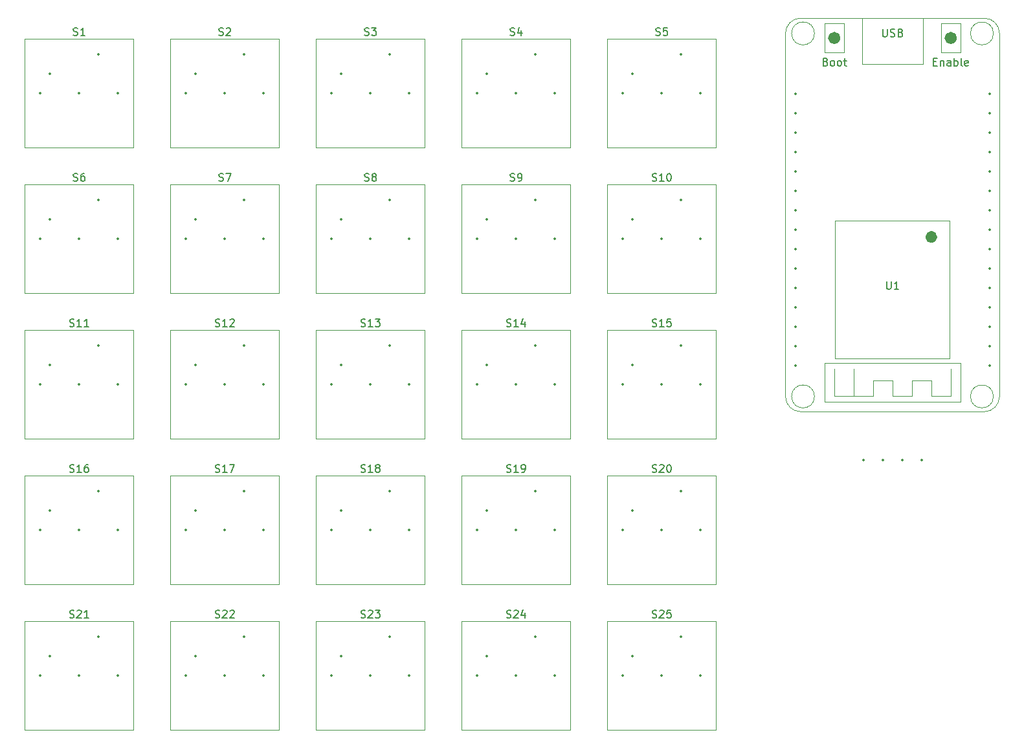
<source format=gto>
%TF.GenerationSoftware,KiCad,Pcbnew,8.0.6*%
%TF.CreationDate,2024-10-21T09:58:38+07:00*%
%TF.ProjectId,CaiPad25_ESP32,43616950-6164-4323-955f-45535033322e,rev?*%
%TF.SameCoordinates,Original*%
%TF.FileFunction,Legend,Top*%
%TF.FilePolarity,Positive*%
%FSLAX46Y46*%
G04 Gerber Fmt 4.6, Leading zero omitted, Abs format (unit mm)*
G04 Created by KiCad (PCBNEW 8.0.6) date 2024-10-21 09:58:38*
%MOMM*%
%LPD*%
G01*
G04 APERTURE LIST*
%ADD10C,0.150000*%
%ADD11C,0.120000*%
%ADD12C,1.000000*%
%ADD13C,0.800000*%
%ADD14C,0.350000*%
G04 APERTURE END LIST*
D10*
X65913095Y-59082200D02*
X66055952Y-59129819D01*
X66055952Y-59129819D02*
X66294047Y-59129819D01*
X66294047Y-59129819D02*
X66389285Y-59082200D01*
X66389285Y-59082200D02*
X66436904Y-59034580D01*
X66436904Y-59034580D02*
X66484523Y-58939342D01*
X66484523Y-58939342D02*
X66484523Y-58844104D01*
X66484523Y-58844104D02*
X66436904Y-58748866D01*
X66436904Y-58748866D02*
X66389285Y-58701247D01*
X66389285Y-58701247D02*
X66294047Y-58653628D01*
X66294047Y-58653628D02*
X66103571Y-58606009D01*
X66103571Y-58606009D02*
X66008333Y-58558390D01*
X66008333Y-58558390D02*
X65960714Y-58510771D01*
X65960714Y-58510771D02*
X65913095Y-58415533D01*
X65913095Y-58415533D02*
X65913095Y-58320295D01*
X65913095Y-58320295D02*
X65960714Y-58225057D01*
X65960714Y-58225057D02*
X66008333Y-58177438D01*
X66008333Y-58177438D02*
X66103571Y-58129819D01*
X66103571Y-58129819D02*
X66341666Y-58129819D01*
X66341666Y-58129819D02*
X66484523Y-58177438D01*
X66817857Y-58129819D02*
X67484523Y-58129819D01*
X67484523Y-58129819D02*
X67055952Y-59129819D01*
X65436905Y-78132200D02*
X65579762Y-78179819D01*
X65579762Y-78179819D02*
X65817857Y-78179819D01*
X65817857Y-78179819D02*
X65913095Y-78132200D01*
X65913095Y-78132200D02*
X65960714Y-78084580D01*
X65960714Y-78084580D02*
X66008333Y-77989342D01*
X66008333Y-77989342D02*
X66008333Y-77894104D01*
X66008333Y-77894104D02*
X65960714Y-77798866D01*
X65960714Y-77798866D02*
X65913095Y-77751247D01*
X65913095Y-77751247D02*
X65817857Y-77703628D01*
X65817857Y-77703628D02*
X65627381Y-77656009D01*
X65627381Y-77656009D02*
X65532143Y-77608390D01*
X65532143Y-77608390D02*
X65484524Y-77560771D01*
X65484524Y-77560771D02*
X65436905Y-77465533D01*
X65436905Y-77465533D02*
X65436905Y-77370295D01*
X65436905Y-77370295D02*
X65484524Y-77275057D01*
X65484524Y-77275057D02*
X65532143Y-77227438D01*
X65532143Y-77227438D02*
X65627381Y-77179819D01*
X65627381Y-77179819D02*
X65865476Y-77179819D01*
X65865476Y-77179819D02*
X66008333Y-77227438D01*
X66960714Y-78179819D02*
X66389286Y-78179819D01*
X66675000Y-78179819D02*
X66675000Y-77179819D01*
X66675000Y-77179819D02*
X66579762Y-77322676D01*
X66579762Y-77322676D02*
X66484524Y-77417914D01*
X66484524Y-77417914D02*
X66389286Y-77465533D01*
X67341667Y-77275057D02*
X67389286Y-77227438D01*
X67389286Y-77227438D02*
X67484524Y-77179819D01*
X67484524Y-77179819D02*
X67722619Y-77179819D01*
X67722619Y-77179819D02*
X67817857Y-77227438D01*
X67817857Y-77227438D02*
X67865476Y-77275057D01*
X67865476Y-77275057D02*
X67913095Y-77370295D01*
X67913095Y-77370295D02*
X67913095Y-77465533D01*
X67913095Y-77465533D02*
X67865476Y-77608390D01*
X67865476Y-77608390D02*
X67294048Y-78179819D01*
X67294048Y-78179819D02*
X67913095Y-78179819D01*
X104013095Y-40032200D02*
X104155952Y-40079819D01*
X104155952Y-40079819D02*
X104394047Y-40079819D01*
X104394047Y-40079819D02*
X104489285Y-40032200D01*
X104489285Y-40032200D02*
X104536904Y-39984580D01*
X104536904Y-39984580D02*
X104584523Y-39889342D01*
X104584523Y-39889342D02*
X104584523Y-39794104D01*
X104584523Y-39794104D02*
X104536904Y-39698866D01*
X104536904Y-39698866D02*
X104489285Y-39651247D01*
X104489285Y-39651247D02*
X104394047Y-39603628D01*
X104394047Y-39603628D02*
X104203571Y-39556009D01*
X104203571Y-39556009D02*
X104108333Y-39508390D01*
X104108333Y-39508390D02*
X104060714Y-39460771D01*
X104060714Y-39460771D02*
X104013095Y-39365533D01*
X104013095Y-39365533D02*
X104013095Y-39270295D01*
X104013095Y-39270295D02*
X104060714Y-39175057D01*
X104060714Y-39175057D02*
X104108333Y-39127438D01*
X104108333Y-39127438D02*
X104203571Y-39079819D01*
X104203571Y-39079819D02*
X104441666Y-39079819D01*
X104441666Y-39079819D02*
X104584523Y-39127438D01*
X105441666Y-39413152D02*
X105441666Y-40079819D01*
X105203571Y-39032200D02*
X104965476Y-39746485D01*
X104965476Y-39746485D02*
X105584523Y-39746485D01*
X46386905Y-97182200D02*
X46529762Y-97229819D01*
X46529762Y-97229819D02*
X46767857Y-97229819D01*
X46767857Y-97229819D02*
X46863095Y-97182200D01*
X46863095Y-97182200D02*
X46910714Y-97134580D01*
X46910714Y-97134580D02*
X46958333Y-97039342D01*
X46958333Y-97039342D02*
X46958333Y-96944104D01*
X46958333Y-96944104D02*
X46910714Y-96848866D01*
X46910714Y-96848866D02*
X46863095Y-96801247D01*
X46863095Y-96801247D02*
X46767857Y-96753628D01*
X46767857Y-96753628D02*
X46577381Y-96706009D01*
X46577381Y-96706009D02*
X46482143Y-96658390D01*
X46482143Y-96658390D02*
X46434524Y-96610771D01*
X46434524Y-96610771D02*
X46386905Y-96515533D01*
X46386905Y-96515533D02*
X46386905Y-96420295D01*
X46386905Y-96420295D02*
X46434524Y-96325057D01*
X46434524Y-96325057D02*
X46482143Y-96277438D01*
X46482143Y-96277438D02*
X46577381Y-96229819D01*
X46577381Y-96229819D02*
X46815476Y-96229819D01*
X46815476Y-96229819D02*
X46958333Y-96277438D01*
X47910714Y-97229819D02*
X47339286Y-97229819D01*
X47625000Y-97229819D02*
X47625000Y-96229819D01*
X47625000Y-96229819D02*
X47529762Y-96372676D01*
X47529762Y-96372676D02*
X47434524Y-96467914D01*
X47434524Y-96467914D02*
X47339286Y-96515533D01*
X48767857Y-96229819D02*
X48577381Y-96229819D01*
X48577381Y-96229819D02*
X48482143Y-96277438D01*
X48482143Y-96277438D02*
X48434524Y-96325057D01*
X48434524Y-96325057D02*
X48339286Y-96467914D01*
X48339286Y-96467914D02*
X48291667Y-96658390D01*
X48291667Y-96658390D02*
X48291667Y-97039342D01*
X48291667Y-97039342D02*
X48339286Y-97134580D01*
X48339286Y-97134580D02*
X48386905Y-97182200D01*
X48386905Y-97182200D02*
X48482143Y-97229819D01*
X48482143Y-97229819D02*
X48672619Y-97229819D01*
X48672619Y-97229819D02*
X48767857Y-97182200D01*
X48767857Y-97182200D02*
X48815476Y-97134580D01*
X48815476Y-97134580D02*
X48863095Y-97039342D01*
X48863095Y-97039342D02*
X48863095Y-96801247D01*
X48863095Y-96801247D02*
X48815476Y-96706009D01*
X48815476Y-96706009D02*
X48767857Y-96658390D01*
X48767857Y-96658390D02*
X48672619Y-96610771D01*
X48672619Y-96610771D02*
X48482143Y-96610771D01*
X48482143Y-96610771D02*
X48386905Y-96658390D01*
X48386905Y-96658390D02*
X48339286Y-96706009D01*
X48339286Y-96706009D02*
X48291667Y-96801247D01*
X103536905Y-78132200D02*
X103679762Y-78179819D01*
X103679762Y-78179819D02*
X103917857Y-78179819D01*
X103917857Y-78179819D02*
X104013095Y-78132200D01*
X104013095Y-78132200D02*
X104060714Y-78084580D01*
X104060714Y-78084580D02*
X104108333Y-77989342D01*
X104108333Y-77989342D02*
X104108333Y-77894104D01*
X104108333Y-77894104D02*
X104060714Y-77798866D01*
X104060714Y-77798866D02*
X104013095Y-77751247D01*
X104013095Y-77751247D02*
X103917857Y-77703628D01*
X103917857Y-77703628D02*
X103727381Y-77656009D01*
X103727381Y-77656009D02*
X103632143Y-77608390D01*
X103632143Y-77608390D02*
X103584524Y-77560771D01*
X103584524Y-77560771D02*
X103536905Y-77465533D01*
X103536905Y-77465533D02*
X103536905Y-77370295D01*
X103536905Y-77370295D02*
X103584524Y-77275057D01*
X103584524Y-77275057D02*
X103632143Y-77227438D01*
X103632143Y-77227438D02*
X103727381Y-77179819D01*
X103727381Y-77179819D02*
X103965476Y-77179819D01*
X103965476Y-77179819D02*
X104108333Y-77227438D01*
X105060714Y-78179819D02*
X104489286Y-78179819D01*
X104775000Y-78179819D02*
X104775000Y-77179819D01*
X104775000Y-77179819D02*
X104679762Y-77322676D01*
X104679762Y-77322676D02*
X104584524Y-77417914D01*
X104584524Y-77417914D02*
X104489286Y-77465533D01*
X105917857Y-77513152D02*
X105917857Y-78179819D01*
X105679762Y-77132200D02*
X105441667Y-77846485D01*
X105441667Y-77846485D02*
X106060714Y-77846485D01*
X46386905Y-116232200D02*
X46529762Y-116279819D01*
X46529762Y-116279819D02*
X46767857Y-116279819D01*
X46767857Y-116279819D02*
X46863095Y-116232200D01*
X46863095Y-116232200D02*
X46910714Y-116184580D01*
X46910714Y-116184580D02*
X46958333Y-116089342D01*
X46958333Y-116089342D02*
X46958333Y-115994104D01*
X46958333Y-115994104D02*
X46910714Y-115898866D01*
X46910714Y-115898866D02*
X46863095Y-115851247D01*
X46863095Y-115851247D02*
X46767857Y-115803628D01*
X46767857Y-115803628D02*
X46577381Y-115756009D01*
X46577381Y-115756009D02*
X46482143Y-115708390D01*
X46482143Y-115708390D02*
X46434524Y-115660771D01*
X46434524Y-115660771D02*
X46386905Y-115565533D01*
X46386905Y-115565533D02*
X46386905Y-115470295D01*
X46386905Y-115470295D02*
X46434524Y-115375057D01*
X46434524Y-115375057D02*
X46482143Y-115327438D01*
X46482143Y-115327438D02*
X46577381Y-115279819D01*
X46577381Y-115279819D02*
X46815476Y-115279819D01*
X46815476Y-115279819D02*
X46958333Y-115327438D01*
X47339286Y-115375057D02*
X47386905Y-115327438D01*
X47386905Y-115327438D02*
X47482143Y-115279819D01*
X47482143Y-115279819D02*
X47720238Y-115279819D01*
X47720238Y-115279819D02*
X47815476Y-115327438D01*
X47815476Y-115327438D02*
X47863095Y-115375057D01*
X47863095Y-115375057D02*
X47910714Y-115470295D01*
X47910714Y-115470295D02*
X47910714Y-115565533D01*
X47910714Y-115565533D02*
X47863095Y-115708390D01*
X47863095Y-115708390D02*
X47291667Y-116279819D01*
X47291667Y-116279819D02*
X47910714Y-116279819D01*
X48863095Y-116279819D02*
X48291667Y-116279819D01*
X48577381Y-116279819D02*
X48577381Y-115279819D01*
X48577381Y-115279819D02*
X48482143Y-115422676D01*
X48482143Y-115422676D02*
X48386905Y-115517914D01*
X48386905Y-115517914D02*
X48291667Y-115565533D01*
X123063095Y-40032200D02*
X123205952Y-40079819D01*
X123205952Y-40079819D02*
X123444047Y-40079819D01*
X123444047Y-40079819D02*
X123539285Y-40032200D01*
X123539285Y-40032200D02*
X123586904Y-39984580D01*
X123586904Y-39984580D02*
X123634523Y-39889342D01*
X123634523Y-39889342D02*
X123634523Y-39794104D01*
X123634523Y-39794104D02*
X123586904Y-39698866D01*
X123586904Y-39698866D02*
X123539285Y-39651247D01*
X123539285Y-39651247D02*
X123444047Y-39603628D01*
X123444047Y-39603628D02*
X123253571Y-39556009D01*
X123253571Y-39556009D02*
X123158333Y-39508390D01*
X123158333Y-39508390D02*
X123110714Y-39460771D01*
X123110714Y-39460771D02*
X123063095Y-39365533D01*
X123063095Y-39365533D02*
X123063095Y-39270295D01*
X123063095Y-39270295D02*
X123110714Y-39175057D01*
X123110714Y-39175057D02*
X123158333Y-39127438D01*
X123158333Y-39127438D02*
X123253571Y-39079819D01*
X123253571Y-39079819D02*
X123491666Y-39079819D01*
X123491666Y-39079819D02*
X123634523Y-39127438D01*
X124539285Y-39079819D02*
X124063095Y-39079819D01*
X124063095Y-39079819D02*
X124015476Y-39556009D01*
X124015476Y-39556009D02*
X124063095Y-39508390D01*
X124063095Y-39508390D02*
X124158333Y-39460771D01*
X124158333Y-39460771D02*
X124396428Y-39460771D01*
X124396428Y-39460771D02*
X124491666Y-39508390D01*
X124491666Y-39508390D02*
X124539285Y-39556009D01*
X124539285Y-39556009D02*
X124586904Y-39651247D01*
X124586904Y-39651247D02*
X124586904Y-39889342D01*
X124586904Y-39889342D02*
X124539285Y-39984580D01*
X124539285Y-39984580D02*
X124491666Y-40032200D01*
X124491666Y-40032200D02*
X124396428Y-40079819D01*
X124396428Y-40079819D02*
X124158333Y-40079819D01*
X124158333Y-40079819D02*
X124063095Y-40032200D01*
X124063095Y-40032200D02*
X124015476Y-39984580D01*
X84963095Y-40032200D02*
X85105952Y-40079819D01*
X85105952Y-40079819D02*
X85344047Y-40079819D01*
X85344047Y-40079819D02*
X85439285Y-40032200D01*
X85439285Y-40032200D02*
X85486904Y-39984580D01*
X85486904Y-39984580D02*
X85534523Y-39889342D01*
X85534523Y-39889342D02*
X85534523Y-39794104D01*
X85534523Y-39794104D02*
X85486904Y-39698866D01*
X85486904Y-39698866D02*
X85439285Y-39651247D01*
X85439285Y-39651247D02*
X85344047Y-39603628D01*
X85344047Y-39603628D02*
X85153571Y-39556009D01*
X85153571Y-39556009D02*
X85058333Y-39508390D01*
X85058333Y-39508390D02*
X85010714Y-39460771D01*
X85010714Y-39460771D02*
X84963095Y-39365533D01*
X84963095Y-39365533D02*
X84963095Y-39270295D01*
X84963095Y-39270295D02*
X85010714Y-39175057D01*
X85010714Y-39175057D02*
X85058333Y-39127438D01*
X85058333Y-39127438D02*
X85153571Y-39079819D01*
X85153571Y-39079819D02*
X85391666Y-39079819D01*
X85391666Y-39079819D02*
X85534523Y-39127438D01*
X85867857Y-39079819D02*
X86486904Y-39079819D01*
X86486904Y-39079819D02*
X86153571Y-39460771D01*
X86153571Y-39460771D02*
X86296428Y-39460771D01*
X86296428Y-39460771D02*
X86391666Y-39508390D01*
X86391666Y-39508390D02*
X86439285Y-39556009D01*
X86439285Y-39556009D02*
X86486904Y-39651247D01*
X86486904Y-39651247D02*
X86486904Y-39889342D01*
X86486904Y-39889342D02*
X86439285Y-39984580D01*
X86439285Y-39984580D02*
X86391666Y-40032200D01*
X86391666Y-40032200D02*
X86296428Y-40079819D01*
X86296428Y-40079819D02*
X86010714Y-40079819D01*
X86010714Y-40079819D02*
X85915476Y-40032200D01*
X85915476Y-40032200D02*
X85867857Y-39984580D01*
X46863095Y-40032200D02*
X47005952Y-40079819D01*
X47005952Y-40079819D02*
X47244047Y-40079819D01*
X47244047Y-40079819D02*
X47339285Y-40032200D01*
X47339285Y-40032200D02*
X47386904Y-39984580D01*
X47386904Y-39984580D02*
X47434523Y-39889342D01*
X47434523Y-39889342D02*
X47434523Y-39794104D01*
X47434523Y-39794104D02*
X47386904Y-39698866D01*
X47386904Y-39698866D02*
X47339285Y-39651247D01*
X47339285Y-39651247D02*
X47244047Y-39603628D01*
X47244047Y-39603628D02*
X47053571Y-39556009D01*
X47053571Y-39556009D02*
X46958333Y-39508390D01*
X46958333Y-39508390D02*
X46910714Y-39460771D01*
X46910714Y-39460771D02*
X46863095Y-39365533D01*
X46863095Y-39365533D02*
X46863095Y-39270295D01*
X46863095Y-39270295D02*
X46910714Y-39175057D01*
X46910714Y-39175057D02*
X46958333Y-39127438D01*
X46958333Y-39127438D02*
X47053571Y-39079819D01*
X47053571Y-39079819D02*
X47291666Y-39079819D01*
X47291666Y-39079819D02*
X47434523Y-39127438D01*
X48386904Y-40079819D02*
X47815476Y-40079819D01*
X48101190Y-40079819D02*
X48101190Y-39079819D01*
X48101190Y-39079819D02*
X48005952Y-39222676D01*
X48005952Y-39222676D02*
X47910714Y-39317914D01*
X47910714Y-39317914D02*
X47815476Y-39365533D01*
X84486905Y-78132200D02*
X84629762Y-78179819D01*
X84629762Y-78179819D02*
X84867857Y-78179819D01*
X84867857Y-78179819D02*
X84963095Y-78132200D01*
X84963095Y-78132200D02*
X85010714Y-78084580D01*
X85010714Y-78084580D02*
X85058333Y-77989342D01*
X85058333Y-77989342D02*
X85058333Y-77894104D01*
X85058333Y-77894104D02*
X85010714Y-77798866D01*
X85010714Y-77798866D02*
X84963095Y-77751247D01*
X84963095Y-77751247D02*
X84867857Y-77703628D01*
X84867857Y-77703628D02*
X84677381Y-77656009D01*
X84677381Y-77656009D02*
X84582143Y-77608390D01*
X84582143Y-77608390D02*
X84534524Y-77560771D01*
X84534524Y-77560771D02*
X84486905Y-77465533D01*
X84486905Y-77465533D02*
X84486905Y-77370295D01*
X84486905Y-77370295D02*
X84534524Y-77275057D01*
X84534524Y-77275057D02*
X84582143Y-77227438D01*
X84582143Y-77227438D02*
X84677381Y-77179819D01*
X84677381Y-77179819D02*
X84915476Y-77179819D01*
X84915476Y-77179819D02*
X85058333Y-77227438D01*
X86010714Y-78179819D02*
X85439286Y-78179819D01*
X85725000Y-78179819D02*
X85725000Y-77179819D01*
X85725000Y-77179819D02*
X85629762Y-77322676D01*
X85629762Y-77322676D02*
X85534524Y-77417914D01*
X85534524Y-77417914D02*
X85439286Y-77465533D01*
X86344048Y-77179819D02*
X86963095Y-77179819D01*
X86963095Y-77179819D02*
X86629762Y-77560771D01*
X86629762Y-77560771D02*
X86772619Y-77560771D01*
X86772619Y-77560771D02*
X86867857Y-77608390D01*
X86867857Y-77608390D02*
X86915476Y-77656009D01*
X86915476Y-77656009D02*
X86963095Y-77751247D01*
X86963095Y-77751247D02*
X86963095Y-77989342D01*
X86963095Y-77989342D02*
X86915476Y-78084580D01*
X86915476Y-78084580D02*
X86867857Y-78132200D01*
X86867857Y-78132200D02*
X86772619Y-78179819D01*
X86772619Y-78179819D02*
X86486905Y-78179819D01*
X86486905Y-78179819D02*
X86391667Y-78132200D01*
X86391667Y-78132200D02*
X86344048Y-78084580D01*
X46386905Y-78132200D02*
X46529762Y-78179819D01*
X46529762Y-78179819D02*
X46767857Y-78179819D01*
X46767857Y-78179819D02*
X46863095Y-78132200D01*
X46863095Y-78132200D02*
X46910714Y-78084580D01*
X46910714Y-78084580D02*
X46958333Y-77989342D01*
X46958333Y-77989342D02*
X46958333Y-77894104D01*
X46958333Y-77894104D02*
X46910714Y-77798866D01*
X46910714Y-77798866D02*
X46863095Y-77751247D01*
X46863095Y-77751247D02*
X46767857Y-77703628D01*
X46767857Y-77703628D02*
X46577381Y-77656009D01*
X46577381Y-77656009D02*
X46482143Y-77608390D01*
X46482143Y-77608390D02*
X46434524Y-77560771D01*
X46434524Y-77560771D02*
X46386905Y-77465533D01*
X46386905Y-77465533D02*
X46386905Y-77370295D01*
X46386905Y-77370295D02*
X46434524Y-77275057D01*
X46434524Y-77275057D02*
X46482143Y-77227438D01*
X46482143Y-77227438D02*
X46577381Y-77179819D01*
X46577381Y-77179819D02*
X46815476Y-77179819D01*
X46815476Y-77179819D02*
X46958333Y-77227438D01*
X47910714Y-78179819D02*
X47339286Y-78179819D01*
X47625000Y-78179819D02*
X47625000Y-77179819D01*
X47625000Y-77179819D02*
X47529762Y-77322676D01*
X47529762Y-77322676D02*
X47434524Y-77417914D01*
X47434524Y-77417914D02*
X47339286Y-77465533D01*
X48863095Y-78179819D02*
X48291667Y-78179819D01*
X48577381Y-78179819D02*
X48577381Y-77179819D01*
X48577381Y-77179819D02*
X48482143Y-77322676D01*
X48482143Y-77322676D02*
X48386905Y-77417914D01*
X48386905Y-77417914D02*
X48291667Y-77465533D01*
X65436905Y-116232200D02*
X65579762Y-116279819D01*
X65579762Y-116279819D02*
X65817857Y-116279819D01*
X65817857Y-116279819D02*
X65913095Y-116232200D01*
X65913095Y-116232200D02*
X65960714Y-116184580D01*
X65960714Y-116184580D02*
X66008333Y-116089342D01*
X66008333Y-116089342D02*
X66008333Y-115994104D01*
X66008333Y-115994104D02*
X65960714Y-115898866D01*
X65960714Y-115898866D02*
X65913095Y-115851247D01*
X65913095Y-115851247D02*
X65817857Y-115803628D01*
X65817857Y-115803628D02*
X65627381Y-115756009D01*
X65627381Y-115756009D02*
X65532143Y-115708390D01*
X65532143Y-115708390D02*
X65484524Y-115660771D01*
X65484524Y-115660771D02*
X65436905Y-115565533D01*
X65436905Y-115565533D02*
X65436905Y-115470295D01*
X65436905Y-115470295D02*
X65484524Y-115375057D01*
X65484524Y-115375057D02*
X65532143Y-115327438D01*
X65532143Y-115327438D02*
X65627381Y-115279819D01*
X65627381Y-115279819D02*
X65865476Y-115279819D01*
X65865476Y-115279819D02*
X66008333Y-115327438D01*
X66389286Y-115375057D02*
X66436905Y-115327438D01*
X66436905Y-115327438D02*
X66532143Y-115279819D01*
X66532143Y-115279819D02*
X66770238Y-115279819D01*
X66770238Y-115279819D02*
X66865476Y-115327438D01*
X66865476Y-115327438D02*
X66913095Y-115375057D01*
X66913095Y-115375057D02*
X66960714Y-115470295D01*
X66960714Y-115470295D02*
X66960714Y-115565533D01*
X66960714Y-115565533D02*
X66913095Y-115708390D01*
X66913095Y-115708390D02*
X66341667Y-116279819D01*
X66341667Y-116279819D02*
X66960714Y-116279819D01*
X67341667Y-115375057D02*
X67389286Y-115327438D01*
X67389286Y-115327438D02*
X67484524Y-115279819D01*
X67484524Y-115279819D02*
X67722619Y-115279819D01*
X67722619Y-115279819D02*
X67817857Y-115327438D01*
X67817857Y-115327438D02*
X67865476Y-115375057D01*
X67865476Y-115375057D02*
X67913095Y-115470295D01*
X67913095Y-115470295D02*
X67913095Y-115565533D01*
X67913095Y-115565533D02*
X67865476Y-115708390D01*
X67865476Y-115708390D02*
X67294048Y-116279819D01*
X67294048Y-116279819D02*
X67913095Y-116279819D01*
X65436905Y-97182200D02*
X65579762Y-97229819D01*
X65579762Y-97229819D02*
X65817857Y-97229819D01*
X65817857Y-97229819D02*
X65913095Y-97182200D01*
X65913095Y-97182200D02*
X65960714Y-97134580D01*
X65960714Y-97134580D02*
X66008333Y-97039342D01*
X66008333Y-97039342D02*
X66008333Y-96944104D01*
X66008333Y-96944104D02*
X65960714Y-96848866D01*
X65960714Y-96848866D02*
X65913095Y-96801247D01*
X65913095Y-96801247D02*
X65817857Y-96753628D01*
X65817857Y-96753628D02*
X65627381Y-96706009D01*
X65627381Y-96706009D02*
X65532143Y-96658390D01*
X65532143Y-96658390D02*
X65484524Y-96610771D01*
X65484524Y-96610771D02*
X65436905Y-96515533D01*
X65436905Y-96515533D02*
X65436905Y-96420295D01*
X65436905Y-96420295D02*
X65484524Y-96325057D01*
X65484524Y-96325057D02*
X65532143Y-96277438D01*
X65532143Y-96277438D02*
X65627381Y-96229819D01*
X65627381Y-96229819D02*
X65865476Y-96229819D01*
X65865476Y-96229819D02*
X66008333Y-96277438D01*
X66960714Y-97229819D02*
X66389286Y-97229819D01*
X66675000Y-97229819D02*
X66675000Y-96229819D01*
X66675000Y-96229819D02*
X66579762Y-96372676D01*
X66579762Y-96372676D02*
X66484524Y-96467914D01*
X66484524Y-96467914D02*
X66389286Y-96515533D01*
X67294048Y-96229819D02*
X67960714Y-96229819D01*
X67960714Y-96229819D02*
X67532143Y-97229819D01*
X65913095Y-40032200D02*
X66055952Y-40079819D01*
X66055952Y-40079819D02*
X66294047Y-40079819D01*
X66294047Y-40079819D02*
X66389285Y-40032200D01*
X66389285Y-40032200D02*
X66436904Y-39984580D01*
X66436904Y-39984580D02*
X66484523Y-39889342D01*
X66484523Y-39889342D02*
X66484523Y-39794104D01*
X66484523Y-39794104D02*
X66436904Y-39698866D01*
X66436904Y-39698866D02*
X66389285Y-39651247D01*
X66389285Y-39651247D02*
X66294047Y-39603628D01*
X66294047Y-39603628D02*
X66103571Y-39556009D01*
X66103571Y-39556009D02*
X66008333Y-39508390D01*
X66008333Y-39508390D02*
X65960714Y-39460771D01*
X65960714Y-39460771D02*
X65913095Y-39365533D01*
X65913095Y-39365533D02*
X65913095Y-39270295D01*
X65913095Y-39270295D02*
X65960714Y-39175057D01*
X65960714Y-39175057D02*
X66008333Y-39127438D01*
X66008333Y-39127438D02*
X66103571Y-39079819D01*
X66103571Y-39079819D02*
X66341666Y-39079819D01*
X66341666Y-39079819D02*
X66484523Y-39127438D01*
X66865476Y-39175057D02*
X66913095Y-39127438D01*
X66913095Y-39127438D02*
X67008333Y-39079819D01*
X67008333Y-39079819D02*
X67246428Y-39079819D01*
X67246428Y-39079819D02*
X67341666Y-39127438D01*
X67341666Y-39127438D02*
X67389285Y-39175057D01*
X67389285Y-39175057D02*
X67436904Y-39270295D01*
X67436904Y-39270295D02*
X67436904Y-39365533D01*
X67436904Y-39365533D02*
X67389285Y-39508390D01*
X67389285Y-39508390D02*
X66817857Y-40079819D01*
X66817857Y-40079819D02*
X67436904Y-40079819D01*
X103536905Y-116232200D02*
X103679762Y-116279819D01*
X103679762Y-116279819D02*
X103917857Y-116279819D01*
X103917857Y-116279819D02*
X104013095Y-116232200D01*
X104013095Y-116232200D02*
X104060714Y-116184580D01*
X104060714Y-116184580D02*
X104108333Y-116089342D01*
X104108333Y-116089342D02*
X104108333Y-115994104D01*
X104108333Y-115994104D02*
X104060714Y-115898866D01*
X104060714Y-115898866D02*
X104013095Y-115851247D01*
X104013095Y-115851247D02*
X103917857Y-115803628D01*
X103917857Y-115803628D02*
X103727381Y-115756009D01*
X103727381Y-115756009D02*
X103632143Y-115708390D01*
X103632143Y-115708390D02*
X103584524Y-115660771D01*
X103584524Y-115660771D02*
X103536905Y-115565533D01*
X103536905Y-115565533D02*
X103536905Y-115470295D01*
X103536905Y-115470295D02*
X103584524Y-115375057D01*
X103584524Y-115375057D02*
X103632143Y-115327438D01*
X103632143Y-115327438D02*
X103727381Y-115279819D01*
X103727381Y-115279819D02*
X103965476Y-115279819D01*
X103965476Y-115279819D02*
X104108333Y-115327438D01*
X104489286Y-115375057D02*
X104536905Y-115327438D01*
X104536905Y-115327438D02*
X104632143Y-115279819D01*
X104632143Y-115279819D02*
X104870238Y-115279819D01*
X104870238Y-115279819D02*
X104965476Y-115327438D01*
X104965476Y-115327438D02*
X105013095Y-115375057D01*
X105013095Y-115375057D02*
X105060714Y-115470295D01*
X105060714Y-115470295D02*
X105060714Y-115565533D01*
X105060714Y-115565533D02*
X105013095Y-115708390D01*
X105013095Y-115708390D02*
X104441667Y-116279819D01*
X104441667Y-116279819D02*
X105060714Y-116279819D01*
X105917857Y-115613152D02*
X105917857Y-116279819D01*
X105679762Y-115232200D02*
X105441667Y-115946485D01*
X105441667Y-115946485D02*
X106060714Y-115946485D01*
X104013095Y-59082200D02*
X104155952Y-59129819D01*
X104155952Y-59129819D02*
X104394047Y-59129819D01*
X104394047Y-59129819D02*
X104489285Y-59082200D01*
X104489285Y-59082200D02*
X104536904Y-59034580D01*
X104536904Y-59034580D02*
X104584523Y-58939342D01*
X104584523Y-58939342D02*
X104584523Y-58844104D01*
X104584523Y-58844104D02*
X104536904Y-58748866D01*
X104536904Y-58748866D02*
X104489285Y-58701247D01*
X104489285Y-58701247D02*
X104394047Y-58653628D01*
X104394047Y-58653628D02*
X104203571Y-58606009D01*
X104203571Y-58606009D02*
X104108333Y-58558390D01*
X104108333Y-58558390D02*
X104060714Y-58510771D01*
X104060714Y-58510771D02*
X104013095Y-58415533D01*
X104013095Y-58415533D02*
X104013095Y-58320295D01*
X104013095Y-58320295D02*
X104060714Y-58225057D01*
X104060714Y-58225057D02*
X104108333Y-58177438D01*
X104108333Y-58177438D02*
X104203571Y-58129819D01*
X104203571Y-58129819D02*
X104441666Y-58129819D01*
X104441666Y-58129819D02*
X104584523Y-58177438D01*
X105060714Y-59129819D02*
X105251190Y-59129819D01*
X105251190Y-59129819D02*
X105346428Y-59082200D01*
X105346428Y-59082200D02*
X105394047Y-59034580D01*
X105394047Y-59034580D02*
X105489285Y-58891723D01*
X105489285Y-58891723D02*
X105536904Y-58701247D01*
X105536904Y-58701247D02*
X105536904Y-58320295D01*
X105536904Y-58320295D02*
X105489285Y-58225057D01*
X105489285Y-58225057D02*
X105441666Y-58177438D01*
X105441666Y-58177438D02*
X105346428Y-58129819D01*
X105346428Y-58129819D02*
X105155952Y-58129819D01*
X105155952Y-58129819D02*
X105060714Y-58177438D01*
X105060714Y-58177438D02*
X105013095Y-58225057D01*
X105013095Y-58225057D02*
X104965476Y-58320295D01*
X104965476Y-58320295D02*
X104965476Y-58558390D01*
X104965476Y-58558390D02*
X105013095Y-58653628D01*
X105013095Y-58653628D02*
X105060714Y-58701247D01*
X105060714Y-58701247D02*
X105155952Y-58748866D01*
X105155952Y-58748866D02*
X105346428Y-58748866D01*
X105346428Y-58748866D02*
X105441666Y-58701247D01*
X105441666Y-58701247D02*
X105489285Y-58653628D01*
X105489285Y-58653628D02*
X105536904Y-58558390D01*
X122586905Y-97182200D02*
X122729762Y-97229819D01*
X122729762Y-97229819D02*
X122967857Y-97229819D01*
X122967857Y-97229819D02*
X123063095Y-97182200D01*
X123063095Y-97182200D02*
X123110714Y-97134580D01*
X123110714Y-97134580D02*
X123158333Y-97039342D01*
X123158333Y-97039342D02*
X123158333Y-96944104D01*
X123158333Y-96944104D02*
X123110714Y-96848866D01*
X123110714Y-96848866D02*
X123063095Y-96801247D01*
X123063095Y-96801247D02*
X122967857Y-96753628D01*
X122967857Y-96753628D02*
X122777381Y-96706009D01*
X122777381Y-96706009D02*
X122682143Y-96658390D01*
X122682143Y-96658390D02*
X122634524Y-96610771D01*
X122634524Y-96610771D02*
X122586905Y-96515533D01*
X122586905Y-96515533D02*
X122586905Y-96420295D01*
X122586905Y-96420295D02*
X122634524Y-96325057D01*
X122634524Y-96325057D02*
X122682143Y-96277438D01*
X122682143Y-96277438D02*
X122777381Y-96229819D01*
X122777381Y-96229819D02*
X123015476Y-96229819D01*
X123015476Y-96229819D02*
X123158333Y-96277438D01*
X123539286Y-96325057D02*
X123586905Y-96277438D01*
X123586905Y-96277438D02*
X123682143Y-96229819D01*
X123682143Y-96229819D02*
X123920238Y-96229819D01*
X123920238Y-96229819D02*
X124015476Y-96277438D01*
X124015476Y-96277438D02*
X124063095Y-96325057D01*
X124063095Y-96325057D02*
X124110714Y-96420295D01*
X124110714Y-96420295D02*
X124110714Y-96515533D01*
X124110714Y-96515533D02*
X124063095Y-96658390D01*
X124063095Y-96658390D02*
X123491667Y-97229819D01*
X123491667Y-97229819D02*
X124110714Y-97229819D01*
X124729762Y-96229819D02*
X124825000Y-96229819D01*
X124825000Y-96229819D02*
X124920238Y-96277438D01*
X124920238Y-96277438D02*
X124967857Y-96325057D01*
X124967857Y-96325057D02*
X125015476Y-96420295D01*
X125015476Y-96420295D02*
X125063095Y-96610771D01*
X125063095Y-96610771D02*
X125063095Y-96848866D01*
X125063095Y-96848866D02*
X125015476Y-97039342D01*
X125015476Y-97039342D02*
X124967857Y-97134580D01*
X124967857Y-97134580D02*
X124920238Y-97182200D01*
X124920238Y-97182200D02*
X124825000Y-97229819D01*
X124825000Y-97229819D02*
X124729762Y-97229819D01*
X124729762Y-97229819D02*
X124634524Y-97182200D01*
X124634524Y-97182200D02*
X124586905Y-97134580D01*
X124586905Y-97134580D02*
X124539286Y-97039342D01*
X124539286Y-97039342D02*
X124491667Y-96848866D01*
X124491667Y-96848866D02*
X124491667Y-96610771D01*
X124491667Y-96610771D02*
X124539286Y-96420295D01*
X124539286Y-96420295D02*
X124586905Y-96325057D01*
X124586905Y-96325057D02*
X124634524Y-96277438D01*
X124634524Y-96277438D02*
X124729762Y-96229819D01*
X84486905Y-97182200D02*
X84629762Y-97229819D01*
X84629762Y-97229819D02*
X84867857Y-97229819D01*
X84867857Y-97229819D02*
X84963095Y-97182200D01*
X84963095Y-97182200D02*
X85010714Y-97134580D01*
X85010714Y-97134580D02*
X85058333Y-97039342D01*
X85058333Y-97039342D02*
X85058333Y-96944104D01*
X85058333Y-96944104D02*
X85010714Y-96848866D01*
X85010714Y-96848866D02*
X84963095Y-96801247D01*
X84963095Y-96801247D02*
X84867857Y-96753628D01*
X84867857Y-96753628D02*
X84677381Y-96706009D01*
X84677381Y-96706009D02*
X84582143Y-96658390D01*
X84582143Y-96658390D02*
X84534524Y-96610771D01*
X84534524Y-96610771D02*
X84486905Y-96515533D01*
X84486905Y-96515533D02*
X84486905Y-96420295D01*
X84486905Y-96420295D02*
X84534524Y-96325057D01*
X84534524Y-96325057D02*
X84582143Y-96277438D01*
X84582143Y-96277438D02*
X84677381Y-96229819D01*
X84677381Y-96229819D02*
X84915476Y-96229819D01*
X84915476Y-96229819D02*
X85058333Y-96277438D01*
X86010714Y-97229819D02*
X85439286Y-97229819D01*
X85725000Y-97229819D02*
X85725000Y-96229819D01*
X85725000Y-96229819D02*
X85629762Y-96372676D01*
X85629762Y-96372676D02*
X85534524Y-96467914D01*
X85534524Y-96467914D02*
X85439286Y-96515533D01*
X86582143Y-96658390D02*
X86486905Y-96610771D01*
X86486905Y-96610771D02*
X86439286Y-96563152D01*
X86439286Y-96563152D02*
X86391667Y-96467914D01*
X86391667Y-96467914D02*
X86391667Y-96420295D01*
X86391667Y-96420295D02*
X86439286Y-96325057D01*
X86439286Y-96325057D02*
X86486905Y-96277438D01*
X86486905Y-96277438D02*
X86582143Y-96229819D01*
X86582143Y-96229819D02*
X86772619Y-96229819D01*
X86772619Y-96229819D02*
X86867857Y-96277438D01*
X86867857Y-96277438D02*
X86915476Y-96325057D01*
X86915476Y-96325057D02*
X86963095Y-96420295D01*
X86963095Y-96420295D02*
X86963095Y-96467914D01*
X86963095Y-96467914D02*
X86915476Y-96563152D01*
X86915476Y-96563152D02*
X86867857Y-96610771D01*
X86867857Y-96610771D02*
X86772619Y-96658390D01*
X86772619Y-96658390D02*
X86582143Y-96658390D01*
X86582143Y-96658390D02*
X86486905Y-96706009D01*
X86486905Y-96706009D02*
X86439286Y-96753628D01*
X86439286Y-96753628D02*
X86391667Y-96848866D01*
X86391667Y-96848866D02*
X86391667Y-97039342D01*
X86391667Y-97039342D02*
X86439286Y-97134580D01*
X86439286Y-97134580D02*
X86486905Y-97182200D01*
X86486905Y-97182200D02*
X86582143Y-97229819D01*
X86582143Y-97229819D02*
X86772619Y-97229819D01*
X86772619Y-97229819D02*
X86867857Y-97182200D01*
X86867857Y-97182200D02*
X86915476Y-97134580D01*
X86915476Y-97134580D02*
X86963095Y-97039342D01*
X86963095Y-97039342D02*
X86963095Y-96848866D01*
X86963095Y-96848866D02*
X86915476Y-96753628D01*
X86915476Y-96753628D02*
X86867857Y-96706009D01*
X86867857Y-96706009D02*
X86772619Y-96658390D01*
X122586905Y-116232200D02*
X122729762Y-116279819D01*
X122729762Y-116279819D02*
X122967857Y-116279819D01*
X122967857Y-116279819D02*
X123063095Y-116232200D01*
X123063095Y-116232200D02*
X123110714Y-116184580D01*
X123110714Y-116184580D02*
X123158333Y-116089342D01*
X123158333Y-116089342D02*
X123158333Y-115994104D01*
X123158333Y-115994104D02*
X123110714Y-115898866D01*
X123110714Y-115898866D02*
X123063095Y-115851247D01*
X123063095Y-115851247D02*
X122967857Y-115803628D01*
X122967857Y-115803628D02*
X122777381Y-115756009D01*
X122777381Y-115756009D02*
X122682143Y-115708390D01*
X122682143Y-115708390D02*
X122634524Y-115660771D01*
X122634524Y-115660771D02*
X122586905Y-115565533D01*
X122586905Y-115565533D02*
X122586905Y-115470295D01*
X122586905Y-115470295D02*
X122634524Y-115375057D01*
X122634524Y-115375057D02*
X122682143Y-115327438D01*
X122682143Y-115327438D02*
X122777381Y-115279819D01*
X122777381Y-115279819D02*
X123015476Y-115279819D01*
X123015476Y-115279819D02*
X123158333Y-115327438D01*
X123539286Y-115375057D02*
X123586905Y-115327438D01*
X123586905Y-115327438D02*
X123682143Y-115279819D01*
X123682143Y-115279819D02*
X123920238Y-115279819D01*
X123920238Y-115279819D02*
X124015476Y-115327438D01*
X124015476Y-115327438D02*
X124063095Y-115375057D01*
X124063095Y-115375057D02*
X124110714Y-115470295D01*
X124110714Y-115470295D02*
X124110714Y-115565533D01*
X124110714Y-115565533D02*
X124063095Y-115708390D01*
X124063095Y-115708390D02*
X123491667Y-116279819D01*
X123491667Y-116279819D02*
X124110714Y-116279819D01*
X125015476Y-115279819D02*
X124539286Y-115279819D01*
X124539286Y-115279819D02*
X124491667Y-115756009D01*
X124491667Y-115756009D02*
X124539286Y-115708390D01*
X124539286Y-115708390D02*
X124634524Y-115660771D01*
X124634524Y-115660771D02*
X124872619Y-115660771D01*
X124872619Y-115660771D02*
X124967857Y-115708390D01*
X124967857Y-115708390D02*
X125015476Y-115756009D01*
X125015476Y-115756009D02*
X125063095Y-115851247D01*
X125063095Y-115851247D02*
X125063095Y-116089342D01*
X125063095Y-116089342D02*
X125015476Y-116184580D01*
X125015476Y-116184580D02*
X124967857Y-116232200D01*
X124967857Y-116232200D02*
X124872619Y-116279819D01*
X124872619Y-116279819D02*
X124634524Y-116279819D01*
X124634524Y-116279819D02*
X124539286Y-116232200D01*
X124539286Y-116232200D02*
X124491667Y-116184580D01*
X84963095Y-59082200D02*
X85105952Y-59129819D01*
X85105952Y-59129819D02*
X85344047Y-59129819D01*
X85344047Y-59129819D02*
X85439285Y-59082200D01*
X85439285Y-59082200D02*
X85486904Y-59034580D01*
X85486904Y-59034580D02*
X85534523Y-58939342D01*
X85534523Y-58939342D02*
X85534523Y-58844104D01*
X85534523Y-58844104D02*
X85486904Y-58748866D01*
X85486904Y-58748866D02*
X85439285Y-58701247D01*
X85439285Y-58701247D02*
X85344047Y-58653628D01*
X85344047Y-58653628D02*
X85153571Y-58606009D01*
X85153571Y-58606009D02*
X85058333Y-58558390D01*
X85058333Y-58558390D02*
X85010714Y-58510771D01*
X85010714Y-58510771D02*
X84963095Y-58415533D01*
X84963095Y-58415533D02*
X84963095Y-58320295D01*
X84963095Y-58320295D02*
X85010714Y-58225057D01*
X85010714Y-58225057D02*
X85058333Y-58177438D01*
X85058333Y-58177438D02*
X85153571Y-58129819D01*
X85153571Y-58129819D02*
X85391666Y-58129819D01*
X85391666Y-58129819D02*
X85534523Y-58177438D01*
X86105952Y-58558390D02*
X86010714Y-58510771D01*
X86010714Y-58510771D02*
X85963095Y-58463152D01*
X85963095Y-58463152D02*
X85915476Y-58367914D01*
X85915476Y-58367914D02*
X85915476Y-58320295D01*
X85915476Y-58320295D02*
X85963095Y-58225057D01*
X85963095Y-58225057D02*
X86010714Y-58177438D01*
X86010714Y-58177438D02*
X86105952Y-58129819D01*
X86105952Y-58129819D02*
X86296428Y-58129819D01*
X86296428Y-58129819D02*
X86391666Y-58177438D01*
X86391666Y-58177438D02*
X86439285Y-58225057D01*
X86439285Y-58225057D02*
X86486904Y-58320295D01*
X86486904Y-58320295D02*
X86486904Y-58367914D01*
X86486904Y-58367914D02*
X86439285Y-58463152D01*
X86439285Y-58463152D02*
X86391666Y-58510771D01*
X86391666Y-58510771D02*
X86296428Y-58558390D01*
X86296428Y-58558390D02*
X86105952Y-58558390D01*
X86105952Y-58558390D02*
X86010714Y-58606009D01*
X86010714Y-58606009D02*
X85963095Y-58653628D01*
X85963095Y-58653628D02*
X85915476Y-58748866D01*
X85915476Y-58748866D02*
X85915476Y-58939342D01*
X85915476Y-58939342D02*
X85963095Y-59034580D01*
X85963095Y-59034580D02*
X86010714Y-59082200D01*
X86010714Y-59082200D02*
X86105952Y-59129819D01*
X86105952Y-59129819D02*
X86296428Y-59129819D01*
X86296428Y-59129819D02*
X86391666Y-59082200D01*
X86391666Y-59082200D02*
X86439285Y-59034580D01*
X86439285Y-59034580D02*
X86486904Y-58939342D01*
X86486904Y-58939342D02*
X86486904Y-58748866D01*
X86486904Y-58748866D02*
X86439285Y-58653628D01*
X86439285Y-58653628D02*
X86391666Y-58606009D01*
X86391666Y-58606009D02*
X86296428Y-58558390D01*
X84486905Y-116232200D02*
X84629762Y-116279819D01*
X84629762Y-116279819D02*
X84867857Y-116279819D01*
X84867857Y-116279819D02*
X84963095Y-116232200D01*
X84963095Y-116232200D02*
X85010714Y-116184580D01*
X85010714Y-116184580D02*
X85058333Y-116089342D01*
X85058333Y-116089342D02*
X85058333Y-115994104D01*
X85058333Y-115994104D02*
X85010714Y-115898866D01*
X85010714Y-115898866D02*
X84963095Y-115851247D01*
X84963095Y-115851247D02*
X84867857Y-115803628D01*
X84867857Y-115803628D02*
X84677381Y-115756009D01*
X84677381Y-115756009D02*
X84582143Y-115708390D01*
X84582143Y-115708390D02*
X84534524Y-115660771D01*
X84534524Y-115660771D02*
X84486905Y-115565533D01*
X84486905Y-115565533D02*
X84486905Y-115470295D01*
X84486905Y-115470295D02*
X84534524Y-115375057D01*
X84534524Y-115375057D02*
X84582143Y-115327438D01*
X84582143Y-115327438D02*
X84677381Y-115279819D01*
X84677381Y-115279819D02*
X84915476Y-115279819D01*
X84915476Y-115279819D02*
X85058333Y-115327438D01*
X85439286Y-115375057D02*
X85486905Y-115327438D01*
X85486905Y-115327438D02*
X85582143Y-115279819D01*
X85582143Y-115279819D02*
X85820238Y-115279819D01*
X85820238Y-115279819D02*
X85915476Y-115327438D01*
X85915476Y-115327438D02*
X85963095Y-115375057D01*
X85963095Y-115375057D02*
X86010714Y-115470295D01*
X86010714Y-115470295D02*
X86010714Y-115565533D01*
X86010714Y-115565533D02*
X85963095Y-115708390D01*
X85963095Y-115708390D02*
X85391667Y-116279819D01*
X85391667Y-116279819D02*
X86010714Y-116279819D01*
X86344048Y-115279819D02*
X86963095Y-115279819D01*
X86963095Y-115279819D02*
X86629762Y-115660771D01*
X86629762Y-115660771D02*
X86772619Y-115660771D01*
X86772619Y-115660771D02*
X86867857Y-115708390D01*
X86867857Y-115708390D02*
X86915476Y-115756009D01*
X86915476Y-115756009D02*
X86963095Y-115851247D01*
X86963095Y-115851247D02*
X86963095Y-116089342D01*
X86963095Y-116089342D02*
X86915476Y-116184580D01*
X86915476Y-116184580D02*
X86867857Y-116232200D01*
X86867857Y-116232200D02*
X86772619Y-116279819D01*
X86772619Y-116279819D02*
X86486905Y-116279819D01*
X86486905Y-116279819D02*
X86391667Y-116232200D01*
X86391667Y-116232200D02*
X86344048Y-116184580D01*
X153252309Y-72259033D02*
X153252309Y-73068556D01*
X153252309Y-73068556D02*
X153299928Y-73163794D01*
X153299928Y-73163794D02*
X153347547Y-73211414D01*
X153347547Y-73211414D02*
X153442785Y-73259033D01*
X153442785Y-73259033D02*
X153633261Y-73259033D01*
X153633261Y-73259033D02*
X153728499Y-73211414D01*
X153728499Y-73211414D02*
X153776118Y-73163794D01*
X153776118Y-73163794D02*
X153823737Y-73068556D01*
X153823737Y-73068556D02*
X153823737Y-72259033D01*
X154823737Y-73259033D02*
X154252309Y-73259033D01*
X154538023Y-73259033D02*
X154538023Y-72259033D01*
X154538023Y-72259033D02*
X154442785Y-72401890D01*
X154442785Y-72401890D02*
X154347547Y-72497128D01*
X154347547Y-72497128D02*
X154252309Y-72544747D01*
X159372309Y-43525223D02*
X159705642Y-43525223D01*
X159848499Y-44049033D02*
X159372309Y-44049033D01*
X159372309Y-44049033D02*
X159372309Y-43049033D01*
X159372309Y-43049033D02*
X159848499Y-43049033D01*
X160277071Y-43382366D02*
X160277071Y-44049033D01*
X160277071Y-43477604D02*
X160324690Y-43429985D01*
X160324690Y-43429985D02*
X160419928Y-43382366D01*
X160419928Y-43382366D02*
X160562785Y-43382366D01*
X160562785Y-43382366D02*
X160658023Y-43429985D01*
X160658023Y-43429985D02*
X160705642Y-43525223D01*
X160705642Y-43525223D02*
X160705642Y-44049033D01*
X161610404Y-44049033D02*
X161610404Y-43525223D01*
X161610404Y-43525223D02*
X161562785Y-43429985D01*
X161562785Y-43429985D02*
X161467547Y-43382366D01*
X161467547Y-43382366D02*
X161277071Y-43382366D01*
X161277071Y-43382366D02*
X161181833Y-43429985D01*
X161610404Y-44001414D02*
X161515166Y-44049033D01*
X161515166Y-44049033D02*
X161277071Y-44049033D01*
X161277071Y-44049033D02*
X161181833Y-44001414D01*
X161181833Y-44001414D02*
X161134214Y-43906175D01*
X161134214Y-43906175D02*
X161134214Y-43810937D01*
X161134214Y-43810937D02*
X161181833Y-43715699D01*
X161181833Y-43715699D02*
X161277071Y-43668080D01*
X161277071Y-43668080D02*
X161515166Y-43668080D01*
X161515166Y-43668080D02*
X161610404Y-43620461D01*
X162086595Y-44049033D02*
X162086595Y-43049033D01*
X162086595Y-43429985D02*
X162181833Y-43382366D01*
X162181833Y-43382366D02*
X162372309Y-43382366D01*
X162372309Y-43382366D02*
X162467547Y-43429985D01*
X162467547Y-43429985D02*
X162515166Y-43477604D01*
X162515166Y-43477604D02*
X162562785Y-43572842D01*
X162562785Y-43572842D02*
X162562785Y-43858556D01*
X162562785Y-43858556D02*
X162515166Y-43953794D01*
X162515166Y-43953794D02*
X162467547Y-44001414D01*
X162467547Y-44001414D02*
X162372309Y-44049033D01*
X162372309Y-44049033D02*
X162181833Y-44049033D01*
X162181833Y-44049033D02*
X162086595Y-44001414D01*
X163134214Y-44049033D02*
X163038976Y-44001414D01*
X163038976Y-44001414D02*
X162991357Y-43906175D01*
X162991357Y-43906175D02*
X162991357Y-43049033D01*
X163896119Y-44001414D02*
X163800881Y-44049033D01*
X163800881Y-44049033D02*
X163610405Y-44049033D01*
X163610405Y-44049033D02*
X163515167Y-44001414D01*
X163515167Y-44001414D02*
X163467548Y-43906175D01*
X163467548Y-43906175D02*
X163467548Y-43525223D01*
X163467548Y-43525223D02*
X163515167Y-43429985D01*
X163515167Y-43429985D02*
X163610405Y-43382366D01*
X163610405Y-43382366D02*
X163800881Y-43382366D01*
X163800881Y-43382366D02*
X163896119Y-43429985D01*
X163896119Y-43429985D02*
X163943738Y-43525223D01*
X163943738Y-43525223D02*
X163943738Y-43620461D01*
X163943738Y-43620461D02*
X163467548Y-43715699D01*
X145275166Y-43525223D02*
X145418023Y-43572842D01*
X145418023Y-43572842D02*
X145465642Y-43620461D01*
X145465642Y-43620461D02*
X145513261Y-43715699D01*
X145513261Y-43715699D02*
X145513261Y-43858556D01*
X145513261Y-43858556D02*
X145465642Y-43953794D01*
X145465642Y-43953794D02*
X145418023Y-44001414D01*
X145418023Y-44001414D02*
X145322785Y-44049033D01*
X145322785Y-44049033D02*
X144941833Y-44049033D01*
X144941833Y-44049033D02*
X144941833Y-43049033D01*
X144941833Y-43049033D02*
X145275166Y-43049033D01*
X145275166Y-43049033D02*
X145370404Y-43096652D01*
X145370404Y-43096652D02*
X145418023Y-43144271D01*
X145418023Y-43144271D02*
X145465642Y-43239509D01*
X145465642Y-43239509D02*
X145465642Y-43334747D01*
X145465642Y-43334747D02*
X145418023Y-43429985D01*
X145418023Y-43429985D02*
X145370404Y-43477604D01*
X145370404Y-43477604D02*
X145275166Y-43525223D01*
X145275166Y-43525223D02*
X144941833Y-43525223D01*
X146084690Y-44049033D02*
X145989452Y-44001414D01*
X145989452Y-44001414D02*
X145941833Y-43953794D01*
X145941833Y-43953794D02*
X145894214Y-43858556D01*
X145894214Y-43858556D02*
X145894214Y-43572842D01*
X145894214Y-43572842D02*
X145941833Y-43477604D01*
X145941833Y-43477604D02*
X145989452Y-43429985D01*
X145989452Y-43429985D02*
X146084690Y-43382366D01*
X146084690Y-43382366D02*
X146227547Y-43382366D01*
X146227547Y-43382366D02*
X146322785Y-43429985D01*
X146322785Y-43429985D02*
X146370404Y-43477604D01*
X146370404Y-43477604D02*
X146418023Y-43572842D01*
X146418023Y-43572842D02*
X146418023Y-43858556D01*
X146418023Y-43858556D02*
X146370404Y-43953794D01*
X146370404Y-43953794D02*
X146322785Y-44001414D01*
X146322785Y-44001414D02*
X146227547Y-44049033D01*
X146227547Y-44049033D02*
X146084690Y-44049033D01*
X146989452Y-44049033D02*
X146894214Y-44001414D01*
X146894214Y-44001414D02*
X146846595Y-43953794D01*
X146846595Y-43953794D02*
X146798976Y-43858556D01*
X146798976Y-43858556D02*
X146798976Y-43572842D01*
X146798976Y-43572842D02*
X146846595Y-43477604D01*
X146846595Y-43477604D02*
X146894214Y-43429985D01*
X146894214Y-43429985D02*
X146989452Y-43382366D01*
X146989452Y-43382366D02*
X147132309Y-43382366D01*
X147132309Y-43382366D02*
X147227547Y-43429985D01*
X147227547Y-43429985D02*
X147275166Y-43477604D01*
X147275166Y-43477604D02*
X147322785Y-43572842D01*
X147322785Y-43572842D02*
X147322785Y-43858556D01*
X147322785Y-43858556D02*
X147275166Y-43953794D01*
X147275166Y-43953794D02*
X147227547Y-44001414D01*
X147227547Y-44001414D02*
X147132309Y-44049033D01*
X147132309Y-44049033D02*
X146989452Y-44049033D01*
X147608500Y-43382366D02*
X147989452Y-43382366D01*
X147751357Y-43049033D02*
X147751357Y-43906175D01*
X147751357Y-43906175D02*
X147798976Y-44001414D01*
X147798976Y-44001414D02*
X147894214Y-44049033D01*
X147894214Y-44049033D02*
X147989452Y-44049033D01*
X152752309Y-39239033D02*
X152752309Y-40048556D01*
X152752309Y-40048556D02*
X152799928Y-40143794D01*
X152799928Y-40143794D02*
X152847547Y-40191414D01*
X152847547Y-40191414D02*
X152942785Y-40239033D01*
X152942785Y-40239033D02*
X153133261Y-40239033D01*
X153133261Y-40239033D02*
X153228499Y-40191414D01*
X153228499Y-40191414D02*
X153276118Y-40143794D01*
X153276118Y-40143794D02*
X153323737Y-40048556D01*
X153323737Y-40048556D02*
X153323737Y-39239033D01*
X153752309Y-40191414D02*
X153895166Y-40239033D01*
X153895166Y-40239033D02*
X154133261Y-40239033D01*
X154133261Y-40239033D02*
X154228499Y-40191414D01*
X154228499Y-40191414D02*
X154276118Y-40143794D01*
X154276118Y-40143794D02*
X154323737Y-40048556D01*
X154323737Y-40048556D02*
X154323737Y-39953318D01*
X154323737Y-39953318D02*
X154276118Y-39858080D01*
X154276118Y-39858080D02*
X154228499Y-39810461D01*
X154228499Y-39810461D02*
X154133261Y-39762842D01*
X154133261Y-39762842D02*
X153942785Y-39715223D01*
X153942785Y-39715223D02*
X153847547Y-39667604D01*
X153847547Y-39667604D02*
X153799928Y-39619985D01*
X153799928Y-39619985D02*
X153752309Y-39524747D01*
X153752309Y-39524747D02*
X153752309Y-39429509D01*
X153752309Y-39429509D02*
X153799928Y-39334271D01*
X153799928Y-39334271D02*
X153847547Y-39286652D01*
X153847547Y-39286652D02*
X153942785Y-39239033D01*
X153942785Y-39239033D02*
X154180880Y-39239033D01*
X154180880Y-39239033D02*
X154323737Y-39286652D01*
X155085642Y-39715223D02*
X155228499Y-39762842D01*
X155228499Y-39762842D02*
X155276118Y-39810461D01*
X155276118Y-39810461D02*
X155323737Y-39905699D01*
X155323737Y-39905699D02*
X155323737Y-40048556D01*
X155323737Y-40048556D02*
X155276118Y-40143794D01*
X155276118Y-40143794D02*
X155228499Y-40191414D01*
X155228499Y-40191414D02*
X155133261Y-40239033D01*
X155133261Y-40239033D02*
X154752309Y-40239033D01*
X154752309Y-40239033D02*
X154752309Y-39239033D01*
X154752309Y-39239033D02*
X155085642Y-39239033D01*
X155085642Y-39239033D02*
X155180880Y-39286652D01*
X155180880Y-39286652D02*
X155228499Y-39334271D01*
X155228499Y-39334271D02*
X155276118Y-39429509D01*
X155276118Y-39429509D02*
X155276118Y-39524747D01*
X155276118Y-39524747D02*
X155228499Y-39619985D01*
X155228499Y-39619985D02*
X155180880Y-39667604D01*
X155180880Y-39667604D02*
X155085642Y-39715223D01*
X155085642Y-39715223D02*
X154752309Y-39715223D01*
X122586905Y-59082200D02*
X122729762Y-59129819D01*
X122729762Y-59129819D02*
X122967857Y-59129819D01*
X122967857Y-59129819D02*
X123063095Y-59082200D01*
X123063095Y-59082200D02*
X123110714Y-59034580D01*
X123110714Y-59034580D02*
X123158333Y-58939342D01*
X123158333Y-58939342D02*
X123158333Y-58844104D01*
X123158333Y-58844104D02*
X123110714Y-58748866D01*
X123110714Y-58748866D02*
X123063095Y-58701247D01*
X123063095Y-58701247D02*
X122967857Y-58653628D01*
X122967857Y-58653628D02*
X122777381Y-58606009D01*
X122777381Y-58606009D02*
X122682143Y-58558390D01*
X122682143Y-58558390D02*
X122634524Y-58510771D01*
X122634524Y-58510771D02*
X122586905Y-58415533D01*
X122586905Y-58415533D02*
X122586905Y-58320295D01*
X122586905Y-58320295D02*
X122634524Y-58225057D01*
X122634524Y-58225057D02*
X122682143Y-58177438D01*
X122682143Y-58177438D02*
X122777381Y-58129819D01*
X122777381Y-58129819D02*
X123015476Y-58129819D01*
X123015476Y-58129819D02*
X123158333Y-58177438D01*
X124110714Y-59129819D02*
X123539286Y-59129819D01*
X123825000Y-59129819D02*
X123825000Y-58129819D01*
X123825000Y-58129819D02*
X123729762Y-58272676D01*
X123729762Y-58272676D02*
X123634524Y-58367914D01*
X123634524Y-58367914D02*
X123539286Y-58415533D01*
X124729762Y-58129819D02*
X124825000Y-58129819D01*
X124825000Y-58129819D02*
X124920238Y-58177438D01*
X124920238Y-58177438D02*
X124967857Y-58225057D01*
X124967857Y-58225057D02*
X125015476Y-58320295D01*
X125015476Y-58320295D02*
X125063095Y-58510771D01*
X125063095Y-58510771D02*
X125063095Y-58748866D01*
X125063095Y-58748866D02*
X125015476Y-58939342D01*
X125015476Y-58939342D02*
X124967857Y-59034580D01*
X124967857Y-59034580D02*
X124920238Y-59082200D01*
X124920238Y-59082200D02*
X124825000Y-59129819D01*
X124825000Y-59129819D02*
X124729762Y-59129819D01*
X124729762Y-59129819D02*
X124634524Y-59082200D01*
X124634524Y-59082200D02*
X124586905Y-59034580D01*
X124586905Y-59034580D02*
X124539286Y-58939342D01*
X124539286Y-58939342D02*
X124491667Y-58748866D01*
X124491667Y-58748866D02*
X124491667Y-58510771D01*
X124491667Y-58510771D02*
X124539286Y-58320295D01*
X124539286Y-58320295D02*
X124586905Y-58225057D01*
X124586905Y-58225057D02*
X124634524Y-58177438D01*
X124634524Y-58177438D02*
X124729762Y-58129819D01*
X122586905Y-78132200D02*
X122729762Y-78179819D01*
X122729762Y-78179819D02*
X122967857Y-78179819D01*
X122967857Y-78179819D02*
X123063095Y-78132200D01*
X123063095Y-78132200D02*
X123110714Y-78084580D01*
X123110714Y-78084580D02*
X123158333Y-77989342D01*
X123158333Y-77989342D02*
X123158333Y-77894104D01*
X123158333Y-77894104D02*
X123110714Y-77798866D01*
X123110714Y-77798866D02*
X123063095Y-77751247D01*
X123063095Y-77751247D02*
X122967857Y-77703628D01*
X122967857Y-77703628D02*
X122777381Y-77656009D01*
X122777381Y-77656009D02*
X122682143Y-77608390D01*
X122682143Y-77608390D02*
X122634524Y-77560771D01*
X122634524Y-77560771D02*
X122586905Y-77465533D01*
X122586905Y-77465533D02*
X122586905Y-77370295D01*
X122586905Y-77370295D02*
X122634524Y-77275057D01*
X122634524Y-77275057D02*
X122682143Y-77227438D01*
X122682143Y-77227438D02*
X122777381Y-77179819D01*
X122777381Y-77179819D02*
X123015476Y-77179819D01*
X123015476Y-77179819D02*
X123158333Y-77227438D01*
X124110714Y-78179819D02*
X123539286Y-78179819D01*
X123825000Y-78179819D02*
X123825000Y-77179819D01*
X123825000Y-77179819D02*
X123729762Y-77322676D01*
X123729762Y-77322676D02*
X123634524Y-77417914D01*
X123634524Y-77417914D02*
X123539286Y-77465533D01*
X125015476Y-77179819D02*
X124539286Y-77179819D01*
X124539286Y-77179819D02*
X124491667Y-77656009D01*
X124491667Y-77656009D02*
X124539286Y-77608390D01*
X124539286Y-77608390D02*
X124634524Y-77560771D01*
X124634524Y-77560771D02*
X124872619Y-77560771D01*
X124872619Y-77560771D02*
X124967857Y-77608390D01*
X124967857Y-77608390D02*
X125015476Y-77656009D01*
X125015476Y-77656009D02*
X125063095Y-77751247D01*
X125063095Y-77751247D02*
X125063095Y-77989342D01*
X125063095Y-77989342D02*
X125015476Y-78084580D01*
X125015476Y-78084580D02*
X124967857Y-78132200D01*
X124967857Y-78132200D02*
X124872619Y-78179819D01*
X124872619Y-78179819D02*
X124634524Y-78179819D01*
X124634524Y-78179819D02*
X124539286Y-78132200D01*
X124539286Y-78132200D02*
X124491667Y-78084580D01*
X103536905Y-97182200D02*
X103679762Y-97229819D01*
X103679762Y-97229819D02*
X103917857Y-97229819D01*
X103917857Y-97229819D02*
X104013095Y-97182200D01*
X104013095Y-97182200D02*
X104060714Y-97134580D01*
X104060714Y-97134580D02*
X104108333Y-97039342D01*
X104108333Y-97039342D02*
X104108333Y-96944104D01*
X104108333Y-96944104D02*
X104060714Y-96848866D01*
X104060714Y-96848866D02*
X104013095Y-96801247D01*
X104013095Y-96801247D02*
X103917857Y-96753628D01*
X103917857Y-96753628D02*
X103727381Y-96706009D01*
X103727381Y-96706009D02*
X103632143Y-96658390D01*
X103632143Y-96658390D02*
X103584524Y-96610771D01*
X103584524Y-96610771D02*
X103536905Y-96515533D01*
X103536905Y-96515533D02*
X103536905Y-96420295D01*
X103536905Y-96420295D02*
X103584524Y-96325057D01*
X103584524Y-96325057D02*
X103632143Y-96277438D01*
X103632143Y-96277438D02*
X103727381Y-96229819D01*
X103727381Y-96229819D02*
X103965476Y-96229819D01*
X103965476Y-96229819D02*
X104108333Y-96277438D01*
X105060714Y-97229819D02*
X104489286Y-97229819D01*
X104775000Y-97229819D02*
X104775000Y-96229819D01*
X104775000Y-96229819D02*
X104679762Y-96372676D01*
X104679762Y-96372676D02*
X104584524Y-96467914D01*
X104584524Y-96467914D02*
X104489286Y-96515533D01*
X105536905Y-97229819D02*
X105727381Y-97229819D01*
X105727381Y-97229819D02*
X105822619Y-97182200D01*
X105822619Y-97182200D02*
X105870238Y-97134580D01*
X105870238Y-97134580D02*
X105965476Y-96991723D01*
X105965476Y-96991723D02*
X106013095Y-96801247D01*
X106013095Y-96801247D02*
X106013095Y-96420295D01*
X106013095Y-96420295D02*
X105965476Y-96325057D01*
X105965476Y-96325057D02*
X105917857Y-96277438D01*
X105917857Y-96277438D02*
X105822619Y-96229819D01*
X105822619Y-96229819D02*
X105632143Y-96229819D01*
X105632143Y-96229819D02*
X105536905Y-96277438D01*
X105536905Y-96277438D02*
X105489286Y-96325057D01*
X105489286Y-96325057D02*
X105441667Y-96420295D01*
X105441667Y-96420295D02*
X105441667Y-96658390D01*
X105441667Y-96658390D02*
X105489286Y-96753628D01*
X105489286Y-96753628D02*
X105536905Y-96801247D01*
X105536905Y-96801247D02*
X105632143Y-96848866D01*
X105632143Y-96848866D02*
X105822619Y-96848866D01*
X105822619Y-96848866D02*
X105917857Y-96801247D01*
X105917857Y-96801247D02*
X105965476Y-96753628D01*
X105965476Y-96753628D02*
X106013095Y-96658390D01*
X46863095Y-59082200D02*
X47005952Y-59129819D01*
X47005952Y-59129819D02*
X47244047Y-59129819D01*
X47244047Y-59129819D02*
X47339285Y-59082200D01*
X47339285Y-59082200D02*
X47386904Y-59034580D01*
X47386904Y-59034580D02*
X47434523Y-58939342D01*
X47434523Y-58939342D02*
X47434523Y-58844104D01*
X47434523Y-58844104D02*
X47386904Y-58748866D01*
X47386904Y-58748866D02*
X47339285Y-58701247D01*
X47339285Y-58701247D02*
X47244047Y-58653628D01*
X47244047Y-58653628D02*
X47053571Y-58606009D01*
X47053571Y-58606009D02*
X46958333Y-58558390D01*
X46958333Y-58558390D02*
X46910714Y-58510771D01*
X46910714Y-58510771D02*
X46863095Y-58415533D01*
X46863095Y-58415533D02*
X46863095Y-58320295D01*
X46863095Y-58320295D02*
X46910714Y-58225057D01*
X46910714Y-58225057D02*
X46958333Y-58177438D01*
X46958333Y-58177438D02*
X47053571Y-58129819D01*
X47053571Y-58129819D02*
X47291666Y-58129819D01*
X47291666Y-58129819D02*
X47434523Y-58177438D01*
X48291666Y-58129819D02*
X48101190Y-58129819D01*
X48101190Y-58129819D02*
X48005952Y-58177438D01*
X48005952Y-58177438D02*
X47958333Y-58225057D01*
X47958333Y-58225057D02*
X47863095Y-58367914D01*
X47863095Y-58367914D02*
X47815476Y-58558390D01*
X47815476Y-58558390D02*
X47815476Y-58939342D01*
X47815476Y-58939342D02*
X47863095Y-59034580D01*
X47863095Y-59034580D02*
X47910714Y-59082200D01*
X47910714Y-59082200D02*
X48005952Y-59129819D01*
X48005952Y-59129819D02*
X48196428Y-59129819D01*
X48196428Y-59129819D02*
X48291666Y-59082200D01*
X48291666Y-59082200D02*
X48339285Y-59034580D01*
X48339285Y-59034580D02*
X48386904Y-58939342D01*
X48386904Y-58939342D02*
X48386904Y-58701247D01*
X48386904Y-58701247D02*
X48339285Y-58606009D01*
X48339285Y-58606009D02*
X48291666Y-58558390D01*
X48291666Y-58558390D02*
X48196428Y-58510771D01*
X48196428Y-58510771D02*
X48005952Y-58510771D01*
X48005952Y-58510771D02*
X47910714Y-58558390D01*
X47910714Y-58558390D02*
X47863095Y-58606009D01*
X47863095Y-58606009D02*
X47815476Y-58701247D01*
D11*
%TO.C,S7*%
X59575000Y-59575000D02*
X59575000Y-73775000D01*
X59575000Y-73775000D02*
X73775000Y-73775000D01*
X73775000Y-59575000D02*
X59575000Y-59575000D01*
X73775000Y-73775000D02*
X73775000Y-59575000D01*
%TO.C,S12*%
X59575000Y-78625000D02*
X59575000Y-92825000D01*
X59575000Y-92825000D02*
X73775000Y-92825000D01*
X73775000Y-78625000D02*
X59575000Y-78625000D01*
X73775000Y-92825000D02*
X73775000Y-78625000D01*
%TO.C,S4*%
X97675000Y-40525000D02*
X97675000Y-54725000D01*
X97675000Y-54725000D02*
X111875000Y-54725000D01*
X111875000Y-40525000D02*
X97675000Y-40525000D01*
X111875000Y-54725000D02*
X111875000Y-40525000D01*
%TO.C,S16*%
X40525000Y-97675000D02*
X40525000Y-111875000D01*
X40525000Y-111875000D02*
X54725000Y-111875000D01*
X54725000Y-97675000D02*
X40525000Y-97675000D01*
X54725000Y-111875000D02*
X54725000Y-97675000D01*
%TO.C,S14*%
X97675000Y-78625000D02*
X97675000Y-92825000D01*
X97675000Y-92825000D02*
X111875000Y-92825000D01*
X111875000Y-78625000D02*
X97675000Y-78625000D01*
X111875000Y-92825000D02*
X111875000Y-78625000D01*
%TO.C,S21*%
X40525000Y-116725000D02*
X40525000Y-130925000D01*
X40525000Y-130925000D02*
X54725000Y-130925000D01*
X54725000Y-116725000D02*
X40525000Y-116725000D01*
X54725000Y-130925000D02*
X54725000Y-116725000D01*
%TO.C,S5*%
X116725000Y-40525000D02*
X116725000Y-54725000D01*
X116725000Y-54725000D02*
X130925000Y-54725000D01*
X130925000Y-40525000D02*
X116725000Y-40525000D01*
X130925000Y-54725000D02*
X130925000Y-40525000D01*
%TO.C,S3*%
X78625000Y-40525000D02*
X78625000Y-54725000D01*
X78625000Y-54725000D02*
X92825000Y-54725000D01*
X92825000Y-40525000D02*
X78625000Y-40525000D01*
X92825000Y-54725000D02*
X92825000Y-40525000D01*
%TO.C,S1*%
X40525000Y-40525000D02*
X40525000Y-54725000D01*
X40525000Y-54725000D02*
X54725000Y-54725000D01*
X54725000Y-40525000D02*
X40525000Y-40525000D01*
X54725000Y-54725000D02*
X54725000Y-40525000D01*
%TO.C,S13*%
X78625000Y-78625000D02*
X78625000Y-92825000D01*
X78625000Y-92825000D02*
X92825000Y-92825000D01*
X92825000Y-78625000D02*
X78625000Y-78625000D01*
X92825000Y-92825000D02*
X92825000Y-78625000D01*
%TO.C,S11*%
X40525000Y-78625000D02*
X40525000Y-92825000D01*
X40525000Y-92825000D02*
X54725000Y-92825000D01*
X54725000Y-78625000D02*
X40525000Y-78625000D01*
X54725000Y-92825000D02*
X54725000Y-78625000D01*
%TO.C,S22*%
X59575000Y-116725000D02*
X59575000Y-130925000D01*
X59575000Y-130925000D02*
X73775000Y-130925000D01*
X73775000Y-116725000D02*
X59575000Y-116725000D01*
X73775000Y-130925000D02*
X73775000Y-116725000D01*
%TO.C,S17*%
X59575000Y-97675000D02*
X59575000Y-111875000D01*
X59575000Y-111875000D02*
X73775000Y-111875000D01*
X73775000Y-97675000D02*
X59575000Y-97675000D01*
X73775000Y-111875000D02*
X73775000Y-97675000D01*
%TO.C,S2*%
X59575000Y-40525000D02*
X59575000Y-54725000D01*
X59575000Y-54725000D02*
X73775000Y-54725000D01*
X73775000Y-40525000D02*
X59575000Y-40525000D01*
X73775000Y-54725000D02*
X73775000Y-40525000D01*
%TO.C,S24*%
X97675000Y-116725000D02*
X97675000Y-130925000D01*
X97675000Y-130925000D02*
X111875000Y-130925000D01*
X111875000Y-116725000D02*
X97675000Y-116725000D01*
X111875000Y-130925000D02*
X111875000Y-116725000D01*
%TO.C,S9*%
X97675000Y-59575000D02*
X97675000Y-73775000D01*
X97675000Y-73775000D02*
X111875000Y-73775000D01*
X111875000Y-59575000D02*
X97675000Y-59575000D01*
X111875000Y-73775000D02*
X111875000Y-59575000D01*
%TO.C,S20*%
X116725000Y-97675000D02*
X116725000Y-111875000D01*
X116725000Y-111875000D02*
X130925000Y-111875000D01*
X130925000Y-97675000D02*
X116725000Y-97675000D01*
X130925000Y-111875000D02*
X130925000Y-97675000D01*
%TO.C,S18*%
X78625000Y-97675000D02*
X78625000Y-111875000D01*
X78625000Y-111875000D02*
X92825000Y-111875000D01*
X92825000Y-97675000D02*
X78625000Y-97675000D01*
X92825000Y-111875000D02*
X92825000Y-97675000D01*
%TO.C,S25*%
X116725000Y-116725000D02*
X116725000Y-130925000D01*
X116725000Y-130925000D02*
X130925000Y-130925000D01*
X130925000Y-116725000D02*
X116725000Y-116725000D01*
X130925000Y-130925000D02*
X130925000Y-116725000D01*
%TO.C,S8*%
X78625000Y-59575000D02*
X78625000Y-73775000D01*
X78625000Y-73775000D02*
X92825000Y-73775000D01*
X92825000Y-59575000D02*
X78625000Y-59575000D01*
X92825000Y-73775000D02*
X92825000Y-59575000D01*
%TO.C,S23*%
X78625000Y-116725000D02*
X78625000Y-130925000D01*
X78625000Y-130925000D02*
X92825000Y-130925000D01*
X92825000Y-116725000D02*
X78625000Y-116725000D01*
X92825000Y-130925000D02*
X92825000Y-116725000D01*
%TO.C,U1*%
X140014214Y-39814214D02*
X140014214Y-87314214D01*
X145124214Y-38514214D02*
X147664214Y-38514214D01*
X145124214Y-42324214D02*
X145124214Y-38514214D01*
X145124214Y-82964214D02*
X162904214Y-82964214D01*
X145124214Y-88044214D02*
X145124214Y-82964214D01*
X146394214Y-87282214D02*
X146394214Y-83726214D01*
X146514214Y-64314214D02*
X161514214Y-64314214D01*
X146514214Y-82314214D02*
X146514214Y-64314214D01*
X147664214Y-38514214D02*
X147664214Y-42324214D01*
X147664214Y-42324214D02*
X145124214Y-42324214D01*
X148934214Y-87282214D02*
X148934214Y-83726214D01*
X150014214Y-43814214D02*
X150014214Y-37814214D01*
X151474214Y-85250214D02*
X151474214Y-87282214D01*
X151474214Y-87282214D02*
X146394214Y-87282214D01*
X154014214Y-85250214D02*
X151474214Y-85250214D01*
X154014214Y-87282214D02*
X154014214Y-85250214D01*
X156554214Y-85250214D02*
X156554214Y-87282214D01*
X156554214Y-87282214D02*
X154014214Y-87282214D01*
X158014214Y-43814214D02*
X150014214Y-43814214D01*
X158014214Y-43814214D02*
X158014214Y-37814214D01*
X159094214Y-85250214D02*
X156554214Y-85250214D01*
X159094214Y-87282214D02*
X159094214Y-85250214D01*
X160364214Y-38514214D02*
X162904214Y-38514214D01*
X160364214Y-42324214D02*
X160364214Y-38514214D01*
X161514214Y-64314214D02*
X161514214Y-82314214D01*
X161514214Y-82314214D02*
X146514214Y-82314214D01*
X161634214Y-83726214D02*
X161634214Y-87282214D01*
X161634214Y-87282214D02*
X159094214Y-87282214D01*
X162904214Y-38514214D02*
X162904214Y-42324214D01*
X162904214Y-42324214D02*
X160364214Y-42324214D01*
X162904214Y-82964214D02*
X162904214Y-88044214D01*
X162904214Y-88044214D02*
X145124214Y-88044214D01*
X166014214Y-37814214D02*
X142014214Y-37814214D01*
X166014214Y-89314214D02*
X142014214Y-89314214D01*
X168014214Y-87314214D02*
X168014214Y-39814214D01*
X140014214Y-39814214D02*
G75*
G02*
X142014214Y-37814214I2000000J0D01*
G01*
X142014214Y-89314214D02*
G75*
G02*
X140014214Y-87314214I0J2000000D01*
G01*
X166014214Y-37814214D02*
G75*
G02*
X168014214Y-39814214I1J-1999999D01*
G01*
X168014214Y-87314214D02*
G75*
G02*
X166014214Y-89314214I-1999999J-1D01*
G01*
X143814214Y-39814214D02*
G75*
G02*
X140814214Y-39814214I-1500000J0D01*
G01*
X140814214Y-39814214D02*
G75*
G02*
X143814214Y-39814214I1500000J0D01*
G01*
X143814214Y-87314214D02*
G75*
G02*
X140814214Y-87314214I-1500000J0D01*
G01*
X140814214Y-87314214D02*
G75*
G02*
X143814214Y-87314214I1500000J0D01*
G01*
D12*
X146694214Y-40419214D02*
G75*
G02*
X146094214Y-40419214I-300000J0D01*
G01*
X146094214Y-40419214D02*
G75*
G02*
X146694214Y-40419214I300000J0D01*
G01*
D13*
X159494214Y-66454214D02*
G75*
G02*
X158694214Y-66454214I-400000J0D01*
G01*
X158694214Y-66454214D02*
G75*
G02*
X159494214Y-66454214I400000J0D01*
G01*
D12*
X161934214Y-40419214D02*
G75*
G02*
X161334214Y-40419214I-300000J0D01*
G01*
X161334214Y-40419214D02*
G75*
G02*
X161934214Y-40419214I300000J0D01*
G01*
D11*
X167214214Y-39814214D02*
G75*
G02*
X164214214Y-39814214I-1500000J0D01*
G01*
X164214214Y-39814214D02*
G75*
G02*
X167214214Y-39814214I1500000J0D01*
G01*
X167214214Y-87314214D02*
G75*
G02*
X164214214Y-87314214I-1500000J0D01*
G01*
X164214214Y-87314214D02*
G75*
G02*
X167214214Y-87314214I1500000J0D01*
G01*
%TO.C,S10*%
X116725000Y-59575000D02*
X116725000Y-73775000D01*
X116725000Y-73775000D02*
X130925000Y-73775000D01*
X130925000Y-59575000D02*
X116725000Y-59575000D01*
X130925000Y-73775000D02*
X130925000Y-59575000D01*
%TO.C,S15*%
X116725000Y-78625000D02*
X116725000Y-92825000D01*
X116725000Y-92825000D02*
X130925000Y-92825000D01*
X130925000Y-78625000D02*
X116725000Y-78625000D01*
X130925000Y-92825000D02*
X130925000Y-78625000D01*
%TO.C,S19*%
X97675000Y-97675000D02*
X97675000Y-111875000D01*
X97675000Y-111875000D02*
X111875000Y-111875000D01*
X111875000Y-97675000D02*
X97675000Y-97675000D01*
X111875000Y-111875000D02*
X111875000Y-97675000D01*
%TO.C,S6*%
X40525000Y-59575000D02*
X40525000Y-73775000D01*
X40525000Y-73775000D02*
X54725000Y-73775000D01*
X54725000Y-59575000D02*
X40525000Y-59575000D01*
X54725000Y-73775000D02*
X54725000Y-59575000D01*
%TD*%
D14*
X61595000Y-66675000D03*
X66675000Y-66675000D03*
X71755000Y-66675000D03*
X62865000Y-64135000D03*
X69215000Y-61595000D03*
X61595000Y-85725000D03*
X66675000Y-85725000D03*
X71755000Y-85725000D03*
X62865000Y-83185000D03*
X69215000Y-80645000D03*
X99695000Y-47625000D03*
X104775000Y-47625000D03*
X109855000Y-47625000D03*
X100965000Y-45085000D03*
X107315000Y-42545000D03*
X42545000Y-104775000D03*
X47625000Y-104775000D03*
X52705000Y-104775000D03*
X43815000Y-102235000D03*
X50165000Y-99695000D03*
X99695000Y-85725000D03*
X104775000Y-85725000D03*
X109855000Y-85725000D03*
X100965000Y-83185000D03*
X107315000Y-80645000D03*
X42545000Y-123825000D03*
X47625000Y-123825000D03*
X52705000Y-123825000D03*
X43815000Y-121285000D03*
X50165000Y-118745000D03*
X118745000Y-47625000D03*
X123825000Y-47625000D03*
X128905000Y-47625000D03*
X120015000Y-45085000D03*
X126365000Y-42545000D03*
X80645000Y-47625000D03*
X85725000Y-47625000D03*
X90805000Y-47625000D03*
X81915000Y-45085000D03*
X88265000Y-42545000D03*
X42545000Y-47625000D03*
X47625000Y-47625000D03*
X52705000Y-47625000D03*
X43815000Y-45085000D03*
X50165000Y-42545000D03*
X80645000Y-85725000D03*
X85725000Y-85725000D03*
X90805000Y-85725000D03*
X81915000Y-83185000D03*
X88265000Y-80645000D03*
X42545000Y-85725000D03*
X47625000Y-85725000D03*
X52705000Y-85725000D03*
X43815000Y-83185000D03*
X50165000Y-80645000D03*
X61595000Y-123825000D03*
X66675000Y-123825000D03*
X71755000Y-123825000D03*
X62865000Y-121285000D03*
X69215000Y-118745000D03*
X61595000Y-104775000D03*
X66675000Y-104775000D03*
X71755000Y-104775000D03*
X62865000Y-102235000D03*
X69215000Y-99695000D03*
X61595000Y-47625000D03*
X66675000Y-47625000D03*
X71755000Y-47625000D03*
X62865000Y-45085000D03*
X69215000Y-42545000D03*
X99695000Y-123825000D03*
X104775000Y-123825000D03*
X109855000Y-123825000D03*
X100965000Y-121285000D03*
X107315000Y-118745000D03*
X99695000Y-66675000D03*
X104775000Y-66675000D03*
X109855000Y-66675000D03*
X100965000Y-64135000D03*
X107315000Y-61595000D03*
X118745000Y-104775000D03*
X123825000Y-104775000D03*
X128905000Y-104775000D03*
X120015000Y-102235000D03*
X126365000Y-99695000D03*
X80645000Y-104775000D03*
X85725000Y-104775000D03*
X90805000Y-104775000D03*
X81915000Y-102235000D03*
X88265000Y-99695000D03*
X118745000Y-123825000D03*
X123825000Y-123825000D03*
X128905000Y-123825000D03*
X120015000Y-121285000D03*
X126365000Y-118745000D03*
X80645000Y-66675000D03*
X85725000Y-66675000D03*
X90805000Y-66675000D03*
X81915000Y-64135000D03*
X88265000Y-61595000D03*
X80645000Y-123825000D03*
X85725000Y-123825000D03*
X90805000Y-123825000D03*
X81915000Y-121285000D03*
X88265000Y-118745000D03*
X166714214Y-83274214D03*
X166714214Y-80734214D03*
X166714214Y-78194214D03*
X166714214Y-75654214D03*
X166714214Y-73114214D03*
X166714214Y-70574214D03*
X166714214Y-68034214D03*
X166714214Y-65494214D03*
X166714214Y-62954214D03*
X166714214Y-60414214D03*
X166714214Y-57874214D03*
X166714214Y-55334214D03*
X166714214Y-52794214D03*
X166714214Y-50254214D03*
X166714214Y-47714214D03*
X141314214Y-47714214D03*
X141314214Y-50254214D03*
X141314214Y-52794214D03*
X141314214Y-55334214D03*
X141314214Y-57874214D03*
X141314214Y-60414214D03*
X141314214Y-62954214D03*
X141314214Y-65494214D03*
X141314214Y-68034214D03*
X141314214Y-70574214D03*
X141314214Y-73114214D03*
X141314214Y-75654214D03*
X141314214Y-78194214D03*
X141314214Y-80734214D03*
X141314214Y-83274214D03*
X118745000Y-66675000D03*
X123825000Y-66675000D03*
X128905000Y-66675000D03*
X120015000Y-64135000D03*
X126365000Y-61595000D03*
X118745000Y-85725000D03*
X123825000Y-85725000D03*
X128905000Y-85725000D03*
X120015000Y-83185000D03*
X126365000Y-80645000D03*
X99695000Y-104775000D03*
X104775000Y-104775000D03*
X109855000Y-104775000D03*
X100965000Y-102235000D03*
X107315000Y-99695000D03*
X42545000Y-66675000D03*
X47625000Y-66675000D03*
X52705000Y-66675000D03*
X43815000Y-64135000D03*
X50165000Y-61595000D03*
X150190000Y-95670000D03*
X152730000Y-95670000D03*
X155270000Y-95670000D03*
X157810000Y-95670000D03*
M02*

</source>
